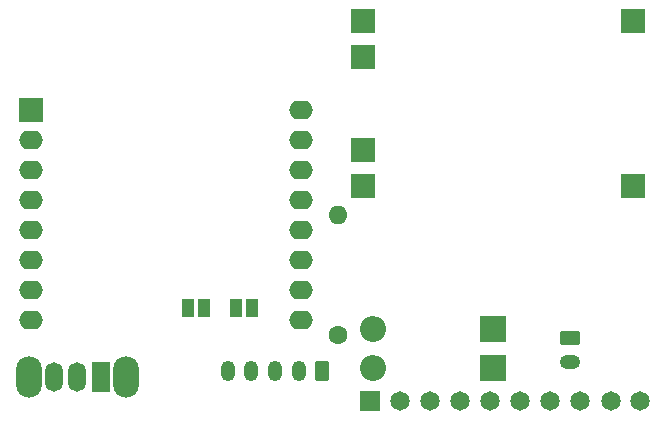
<source format=gbr>
%TF.GenerationSoftware,KiCad,Pcbnew,(6.0.2)*%
%TF.CreationDate,2022-05-25T22:27:01-04:00*%
%TF.ProjectId,breakout_slime,62726561-6b6f-4757-945f-736c696d652e,v0.1.4*%
%TF.SameCoordinates,Original*%
%TF.FileFunction,Soldermask,Bot*%
%TF.FilePolarity,Negative*%
%FSLAX46Y46*%
G04 Gerber Fmt 4.6, Leading zero omitted, Abs format (unit mm)*
G04 Created by KiCad (PCBNEW (6.0.2)) date 2022-05-25 22:27:01*
%MOMM*%
%LPD*%
G01*
G04 APERTURE LIST*
G04 Aperture macros list*
%AMRoundRect*
0 Rectangle with rounded corners*
0 $1 Rounding radius*
0 $2 $3 $4 $5 $6 $7 $8 $9 X,Y pos of 4 corners*
0 Add a 4 corners polygon primitive as box body*
4,1,4,$2,$3,$4,$5,$6,$7,$8,$9,$2,$3,0*
0 Add four circle primitives for the rounded corners*
1,1,$1+$1,$2,$3*
1,1,$1+$1,$4,$5*
1,1,$1+$1,$6,$7*
1,1,$1+$1,$8,$9*
0 Add four rect primitives between the rounded corners*
20,1,$1+$1,$2,$3,$4,$5,0*
20,1,$1+$1,$4,$5,$6,$7,0*
20,1,$1+$1,$6,$7,$8,$9,0*
20,1,$1+$1,$8,$9,$2,$3,0*%
G04 Aperture macros list end*
%ADD10C,1.600000*%
%ADD11O,1.600000X1.600000*%
%ADD12C,1.651000*%
%ADD13R,1.651000X1.651000*%
%ADD14R,2.000000X2.000000*%
%ADD15O,2.000000X1.600000*%
%ADD16R,2.200000X2.200000*%
%ADD17O,2.200000X2.200000*%
%ADD18R,1.000000X1.500000*%
%ADD19RoundRect,0.250000X0.350000X0.625000X-0.350000X0.625000X-0.350000X-0.625000X0.350000X-0.625000X0*%
%ADD20O,1.200000X1.750000*%
%ADD21O,2.200000X3.500000*%
%ADD22R,1.500000X2.500000*%
%ADD23O,1.500000X2.500000*%
%ADD24RoundRect,0.250000X-0.625000X0.350000X-0.625000X-0.350000X0.625000X-0.350000X0.625000X0.350000X0*%
%ADD25O,1.750000X1.200000*%
G04 APERTURE END LIST*
D10*
%TO.C,R1*%
X76673634Y-57293815D03*
D11*
X76673634Y-47133815D03*
%TD*%
D12*
%TO.C,U3*%
X102206037Y-62860969D03*
X99793037Y-62860969D03*
D13*
X79346037Y-62860969D03*
D12*
X81886037Y-62860969D03*
X84426037Y-62860969D03*
X86966037Y-62860969D03*
X89506037Y-62860969D03*
X92046037Y-62860969D03*
X94586037Y-62860969D03*
X97126037Y-62860969D03*
%TD*%
D14*
%TO.C,U2*%
X50631522Y-38208509D03*
D15*
X50631522Y-40748509D03*
X50631522Y-43288509D03*
X50631522Y-45828509D03*
X50631522Y-48368509D03*
X50631522Y-50908509D03*
X50631522Y-53448509D03*
X50631522Y-55988509D03*
X73491522Y-55988509D03*
X73491522Y-53448509D03*
X73491522Y-50908509D03*
X73491522Y-48368509D03*
X73491522Y-45828509D03*
X73491522Y-43288509D03*
X73491522Y-40748509D03*
X73491522Y-38208509D03*
%TD*%
D14*
%TO.C,U1*%
X101641015Y-44670579D03*
X101641015Y-30700579D03*
X78781015Y-30700579D03*
X78781015Y-33748579D03*
X78781015Y-41622579D03*
X78781015Y-44670579D03*
%TD*%
D16*
%TO.C,D2*%
X89770520Y-56750520D03*
D17*
X79610520Y-56750520D03*
%TD*%
D18*
%TO.C,JP2*%
X65274520Y-54972520D03*
X63974520Y-54972520D03*
%TD*%
%TO.C,JP1*%
X69338520Y-54972520D03*
X68038520Y-54972520D03*
%TD*%
D19*
%TO.C,J2*%
X75311000Y-60325000D03*
D20*
X73311000Y-60325000D03*
X71311000Y-60325000D03*
X69311000Y-60325000D03*
X67311000Y-60325000D03*
%TD*%
D16*
%TO.C,D1*%
X89789000Y-60071000D03*
D17*
X79629000Y-60071000D03*
%TD*%
D21*
%TO.C,SW1*%
X58674000Y-60814509D03*
X50474000Y-60814509D03*
D22*
X56574000Y-60814509D03*
D23*
X54574000Y-60814509D03*
X52574000Y-60814509D03*
%TD*%
D24*
%TO.C,J1*%
X96266000Y-57547000D03*
D25*
X96266000Y-59547000D03*
%TD*%
M02*

</source>
